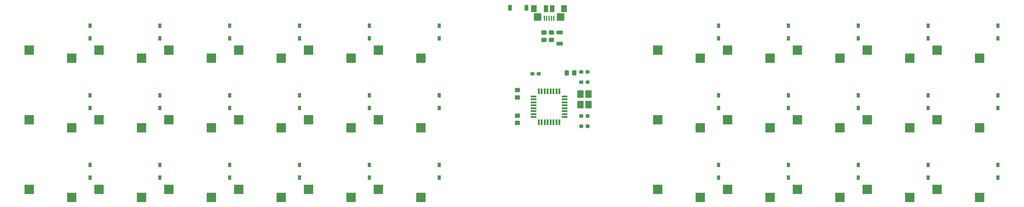
<source format=gbr>
G04 #@! TF.GenerationSoftware,KiCad,Pcbnew,(5.1.7)-1*
G04 #@! TF.CreationDate,2021-01-09T22:43:23+09:00*
G04 #@! TF.ProjectId,barracuda,62617272-6163-4756-9461-2e6b69636164,rev?*
G04 #@! TF.SameCoordinates,Original*
G04 #@! TF.FileFunction,Paste,Bot*
G04 #@! TF.FilePolarity,Positive*
%FSLAX46Y46*%
G04 Gerber Fmt 4.6, Leading zero omitted, Abs format (unit mm)*
G04 Created by KiCad (PCBNEW (5.1.7)-1) date 2021-01-09 22:43:23*
%MOMM*%
%LPD*%
G01*
G04 APERTURE LIST*
%ADD10R,2.600000X2.600000*%
%ADD11R,0.950000X1.300000*%
%ADD12R,1.100000X1.600000*%
%ADD13R,1.600000X0.550000*%
%ADD14R,0.550000X1.600000*%
%ADD15R,1.820000X1.060000*%
%ADD16R,2.100000X2.000000*%
%ADD17R,1.600000X1.900000*%
%ADD18R,0.400000X1.350000*%
%ADD19R,1.200000X1.900000*%
%ADD20R,1.800000X2.100000*%
G04 APERTURE END LIST*
G36*
G01*
X175329001Y-72244000D02*
X174428999Y-72244000D01*
G75*
G02*
X174179000Y-71994001I0J249999D01*
G01*
X174179000Y-71293999D01*
G75*
G02*
X174428999Y-71044000I249999J0D01*
G01*
X175329001Y-71044000D01*
G75*
G02*
X175579000Y-71293999I0J-249999D01*
G01*
X175579000Y-71994001D01*
G75*
G02*
X175329001Y-72244000I-249999J0D01*
G01*
G37*
G36*
G01*
X175329001Y-74244000D02*
X174428999Y-74244000D01*
G75*
G02*
X174179000Y-73994001I0J249999D01*
G01*
X174179000Y-73293999D01*
G75*
G02*
X174428999Y-73044000I249999J0D01*
G01*
X175329001Y-73044000D01*
G75*
G02*
X175579000Y-73293999I0J-249999D01*
G01*
X175579000Y-73994001D01*
G75*
G02*
X175329001Y-74244000I-249999J0D01*
G01*
G37*
D10*
X300950000Y-94000000D03*
X289350000Y-91800000D03*
X300950000Y-74950000D03*
X289350000Y-72750000D03*
X300950000Y-55900000D03*
X289350000Y-53700000D03*
X281900000Y-94000000D03*
X270300000Y-91800000D03*
X281900000Y-74950000D03*
X270300000Y-72750000D03*
X281900000Y-55900000D03*
X270300000Y-53700000D03*
X262850000Y-94000000D03*
X251250000Y-91800000D03*
X262850000Y-74950000D03*
X251250000Y-72750000D03*
X262850000Y-55900000D03*
X251250000Y-53700000D03*
X243800000Y-94000000D03*
X232200000Y-91800000D03*
X243800000Y-74950000D03*
X232200000Y-72750000D03*
X243800000Y-55900000D03*
X232200000Y-53700000D03*
X224750000Y-94000000D03*
X213150000Y-91800000D03*
X224750000Y-74950000D03*
X213150000Y-72750000D03*
X224750000Y-55900000D03*
X213150000Y-53700000D03*
X148550000Y-94000000D03*
X136950000Y-91800000D03*
X148550000Y-74950000D03*
X136950000Y-72750000D03*
X148550000Y-55900000D03*
X136950000Y-53700000D03*
X129500000Y-94000000D03*
X117900000Y-91800000D03*
X129500000Y-74950000D03*
X117900000Y-72750000D03*
X129500000Y-55900000D03*
X117900000Y-53700000D03*
X110450000Y-94000000D03*
X98850000Y-91800000D03*
X110450000Y-74950000D03*
X98850000Y-72750000D03*
X110450000Y-55900000D03*
X98850000Y-53700000D03*
X91400000Y-94000000D03*
X79800000Y-91800000D03*
X91400000Y-74950000D03*
X79800000Y-72750000D03*
X91400000Y-55900000D03*
X79800000Y-53700000D03*
X72350000Y-94000000D03*
X60750000Y-91800000D03*
X72350000Y-74950000D03*
X60750000Y-72750000D03*
X72350000Y-55900000D03*
X60750000Y-53700000D03*
X53300000Y-94000000D03*
X41700000Y-91800000D03*
X53300000Y-74950000D03*
X41700000Y-72750000D03*
X53300000Y-55900000D03*
X41700000Y-53700000D03*
D11*
X305943000Y-85093000D03*
X305943000Y-88643000D03*
X305943000Y-66043000D03*
X305943000Y-69593000D03*
X305943000Y-46993000D03*
X305943000Y-50543000D03*
X286893000Y-85093000D03*
X286893000Y-88643000D03*
X286893000Y-66043000D03*
X286893000Y-69593000D03*
X286893000Y-46993000D03*
X286893000Y-50543000D03*
X267843000Y-85093000D03*
X267843000Y-88643000D03*
X267843000Y-66043000D03*
X267843000Y-69593000D03*
X267843000Y-46993000D03*
X267843000Y-50543000D03*
X248793000Y-85093000D03*
X248793000Y-88643000D03*
X248793000Y-66043000D03*
X248793000Y-69593000D03*
X248793000Y-46993000D03*
X248793000Y-50543000D03*
X229743000Y-85093000D03*
X229743000Y-88643000D03*
X229743000Y-66043000D03*
X229743000Y-69593000D03*
X229743000Y-46993000D03*
X229743000Y-50543000D03*
X153543000Y-85093000D03*
X153543000Y-88643000D03*
X153543000Y-66043000D03*
X153543000Y-69593000D03*
X153543000Y-46993000D03*
X153543000Y-50543000D03*
X134493000Y-85093000D03*
X134493000Y-88643000D03*
X134493000Y-66043000D03*
X134493000Y-69593000D03*
X134493000Y-46993000D03*
X134493000Y-50543000D03*
X115443000Y-85093000D03*
X115443000Y-88643000D03*
X115443000Y-66043000D03*
X115443000Y-69593000D03*
X115443000Y-46993000D03*
X115443000Y-50543000D03*
X96393000Y-85093000D03*
X96393000Y-88643000D03*
X96393000Y-66043000D03*
X96393000Y-69593000D03*
X96393000Y-46993000D03*
X96393000Y-50543000D03*
X77342999Y-85093000D03*
X77342999Y-88643000D03*
X77342999Y-66043000D03*
X77342999Y-69593000D03*
X77342999Y-46993000D03*
X77342999Y-50543000D03*
X58293000Y-85093000D03*
X58293000Y-88643000D03*
X58293000Y-66043000D03*
X58293000Y-69593000D03*
X58293000Y-46993000D03*
X58293000Y-50543000D03*
D12*
X177319500Y-42164000D03*
X172819500Y-42164000D03*
D13*
X187765000Y-66415000D03*
X187765000Y-67215000D03*
X187765000Y-68015000D03*
X187765000Y-68815000D03*
X187765000Y-69615000D03*
X187765000Y-70415000D03*
X187765000Y-71215000D03*
X187765000Y-72015000D03*
D14*
X186315000Y-73465000D03*
X185515000Y-73465000D03*
X184715000Y-73465000D03*
X183915000Y-73465000D03*
X183115000Y-73465000D03*
X182315000Y-73465000D03*
X181515000Y-73465000D03*
X180715000Y-73465000D03*
D13*
X179265000Y-72015000D03*
X179265000Y-71215000D03*
X179265000Y-70415000D03*
X179265000Y-69615000D03*
X179265000Y-68815000D03*
X179265000Y-68015000D03*
X179265000Y-67215000D03*
X179265000Y-66415000D03*
D14*
X180715000Y-64965000D03*
X181515000Y-64965000D03*
X182315000Y-64965000D03*
X183115000Y-64965000D03*
X183915000Y-64965000D03*
X184715000Y-64965000D03*
X185515000Y-64965000D03*
X186315000Y-64965000D03*
G36*
G01*
X192842000Y-62246500D02*
X192842000Y-62721500D01*
G75*
G02*
X192604500Y-62959000I-237500J0D01*
G01*
X192004500Y-62959000D01*
G75*
G02*
X191767000Y-62721500I0J237500D01*
G01*
X191767000Y-62246500D01*
G75*
G02*
X192004500Y-62009000I237500J0D01*
G01*
X192604500Y-62009000D01*
G75*
G02*
X192842000Y-62246500I0J-237500D01*
G01*
G37*
G36*
G01*
X194567000Y-62246500D02*
X194567000Y-62721500D01*
G75*
G02*
X194329500Y-62959000I-237500J0D01*
G01*
X193729500Y-62959000D01*
G75*
G02*
X193492000Y-62721500I0J237500D01*
G01*
X193492000Y-62246500D01*
G75*
G02*
X193729500Y-62009000I237500J0D01*
G01*
X194329500Y-62009000D01*
G75*
G02*
X194567000Y-62246500I0J-237500D01*
G01*
G37*
G36*
G01*
X194567000Y-71517500D02*
X194567000Y-71992500D01*
G75*
G02*
X194329500Y-72230000I-237500J0D01*
G01*
X193729500Y-72230000D01*
G75*
G02*
X193492000Y-71992500I0J237500D01*
G01*
X193492000Y-71517500D01*
G75*
G02*
X193729500Y-71280000I237500J0D01*
G01*
X194329500Y-71280000D01*
G75*
G02*
X194567000Y-71517500I0J-237500D01*
G01*
G37*
G36*
G01*
X192842000Y-71517500D02*
X192842000Y-71992500D01*
G75*
G02*
X192604500Y-72230000I-237500J0D01*
G01*
X192004500Y-72230000D01*
G75*
G02*
X191767000Y-71992500I0J237500D01*
G01*
X191767000Y-71517500D01*
G75*
G02*
X192004500Y-71280000I237500J0D01*
G01*
X192604500Y-71280000D01*
G75*
G02*
X192842000Y-71517500I0J-237500D01*
G01*
G37*
G36*
G01*
X178432000Y-60435500D02*
X178432000Y-59960500D01*
G75*
G02*
X178669500Y-59723000I237500J0D01*
G01*
X179269500Y-59723000D01*
G75*
G02*
X179507000Y-59960500I0J-237500D01*
G01*
X179507000Y-60435500D01*
G75*
G02*
X179269500Y-60673000I-237500J0D01*
G01*
X178669500Y-60673000D01*
G75*
G02*
X178432000Y-60435500I0J237500D01*
G01*
G37*
G36*
G01*
X180157000Y-60435500D02*
X180157000Y-59960500D01*
G75*
G02*
X180394500Y-59723000I237500J0D01*
G01*
X180994500Y-59723000D01*
G75*
G02*
X181232000Y-59960500I0J-237500D01*
G01*
X181232000Y-60435500D01*
G75*
G02*
X180994500Y-60673000I-237500J0D01*
G01*
X180394500Y-60673000D01*
G75*
G02*
X180157000Y-60435500I0J237500D01*
G01*
G37*
G36*
G01*
X187732000Y-60419000D02*
X187732000Y-59469000D01*
G75*
G02*
X187982000Y-59219000I250000J0D01*
G01*
X188657000Y-59219000D01*
G75*
G02*
X188907000Y-59469000I0J-250000D01*
G01*
X188907000Y-60419000D01*
G75*
G02*
X188657000Y-60669000I-250000J0D01*
G01*
X187982000Y-60669000D01*
G75*
G02*
X187732000Y-60419000I0J250000D01*
G01*
G37*
G36*
G01*
X189807000Y-60419000D02*
X189807000Y-59469000D01*
G75*
G02*
X190057000Y-59219000I250000J0D01*
G01*
X190732000Y-59219000D01*
G75*
G02*
X190982000Y-59469000I0J-250000D01*
G01*
X190982000Y-60419000D01*
G75*
G02*
X190732000Y-60669000I-250000J0D01*
G01*
X190057000Y-60669000D01*
G75*
G02*
X189807000Y-60419000I0J250000D01*
G01*
G37*
G36*
G01*
X193492000Y-59927500D02*
X193492000Y-59452500D01*
G75*
G02*
X193729500Y-59215000I237500J0D01*
G01*
X194329500Y-59215000D01*
G75*
G02*
X194567000Y-59452500I0J-237500D01*
G01*
X194567000Y-59927500D01*
G75*
G02*
X194329500Y-60165000I-237500J0D01*
G01*
X193729500Y-60165000D01*
G75*
G02*
X193492000Y-59927500I0J237500D01*
G01*
G37*
G36*
G01*
X191767000Y-59927500D02*
X191767000Y-59452500D01*
G75*
G02*
X192004500Y-59215000I237500J0D01*
G01*
X192604500Y-59215000D01*
G75*
G02*
X192842000Y-59452500I0J-237500D01*
G01*
X192842000Y-59927500D01*
G75*
G02*
X192604500Y-60165000I-237500J0D01*
G01*
X192004500Y-60165000D01*
G75*
G02*
X191767000Y-59927500I0J237500D01*
G01*
G37*
G36*
G01*
X191767000Y-74786500D02*
X191767000Y-74311500D01*
G75*
G02*
X192004500Y-74074000I237500J0D01*
G01*
X192604500Y-74074000D01*
G75*
G02*
X192842000Y-74311500I0J-237500D01*
G01*
X192842000Y-74786500D01*
G75*
G02*
X192604500Y-75024000I-237500J0D01*
G01*
X192004500Y-75024000D01*
G75*
G02*
X191767000Y-74786500I0J237500D01*
G01*
G37*
G36*
G01*
X193492000Y-74786500D02*
X193492000Y-74311500D01*
G75*
G02*
X193729500Y-74074000I237500J0D01*
G01*
X194329500Y-74074000D01*
G75*
G02*
X194567000Y-74311500I0J-237500D01*
G01*
X194567000Y-74786500D01*
G75*
G02*
X194329500Y-75024000I-237500J0D01*
G01*
X193729500Y-75024000D01*
G75*
G02*
X193492000Y-74786500I0J237500D01*
G01*
G37*
D15*
X186436000Y-51947000D03*
X186436000Y-48891000D03*
D16*
X180415000Y-44704500D03*
X186615000Y-44704500D03*
D17*
X179415000Y-42354500D03*
X187615000Y-42354500D03*
D18*
X184815000Y-45029500D03*
X184165000Y-45029500D03*
X183515000Y-45029500D03*
X182865000Y-45029500D03*
X182215000Y-45029500D03*
D19*
X182665000Y-42354500D03*
X184365000Y-42354500D03*
G36*
G01*
X182568001Y-51511000D02*
X181667999Y-51511000D01*
G75*
G02*
X181418000Y-51261001I0J249999D01*
G01*
X181418000Y-50560999D01*
G75*
G02*
X181667999Y-50311000I249999J0D01*
G01*
X182568001Y-50311000D01*
G75*
G02*
X182818000Y-50560999I0J-249999D01*
G01*
X182818000Y-51261001D01*
G75*
G02*
X182568001Y-51511000I-249999J0D01*
G01*
G37*
G36*
G01*
X182568001Y-49511000D02*
X181667999Y-49511000D01*
G75*
G02*
X181418000Y-49261001I0J249999D01*
G01*
X181418000Y-48560999D01*
G75*
G02*
X181667999Y-48311000I249999J0D01*
G01*
X182568001Y-48311000D01*
G75*
G02*
X182818000Y-48560999I0J-249999D01*
G01*
X182818000Y-49261001D01*
G75*
G02*
X182568001Y-49511000I-249999J0D01*
G01*
G37*
G36*
G01*
X184600001Y-51511000D02*
X183699999Y-51511000D01*
G75*
G02*
X183450000Y-51261001I0J249999D01*
G01*
X183450000Y-50560999D01*
G75*
G02*
X183699999Y-50311000I249999J0D01*
G01*
X184600001Y-50311000D01*
G75*
G02*
X184850000Y-50560999I0J-249999D01*
G01*
X184850000Y-51261001D01*
G75*
G02*
X184600001Y-51511000I-249999J0D01*
G01*
G37*
G36*
G01*
X184600001Y-49511000D02*
X183699999Y-49511000D01*
G75*
G02*
X183450000Y-49261001I0J249999D01*
G01*
X183450000Y-48560999D01*
G75*
G02*
X183699999Y-48311000I249999J0D01*
G01*
X184600001Y-48311000D01*
G75*
G02*
X184850000Y-48560999I0J-249999D01*
G01*
X184850000Y-49261001D01*
G75*
G02*
X184600001Y-49511000I-249999J0D01*
G01*
G37*
G36*
G01*
X174428999Y-66059000D02*
X175329001Y-66059000D01*
G75*
G02*
X175579000Y-66308999I0J-249999D01*
G01*
X175579000Y-67009001D01*
G75*
G02*
X175329001Y-67259000I-249999J0D01*
G01*
X174428999Y-67259000D01*
G75*
G02*
X174179000Y-67009001I0J249999D01*
G01*
X174179000Y-66308999D01*
G75*
G02*
X174428999Y-66059000I249999J0D01*
G01*
G37*
G36*
G01*
X174428999Y-64059000D02*
X175329001Y-64059000D01*
G75*
G02*
X175579000Y-64308999I0J-249999D01*
G01*
X175579000Y-65009001D01*
G75*
G02*
X175329001Y-65259000I-249999J0D01*
G01*
X174428999Y-65259000D01*
G75*
G02*
X174179000Y-65009001I0J249999D01*
G01*
X174179000Y-64308999D01*
G75*
G02*
X174428999Y-64059000I249999J0D01*
G01*
G37*
D20*
X194267000Y-65733000D03*
X194267000Y-68633000D03*
X192067000Y-68633000D03*
X192067000Y-65733000D03*
M02*

</source>
